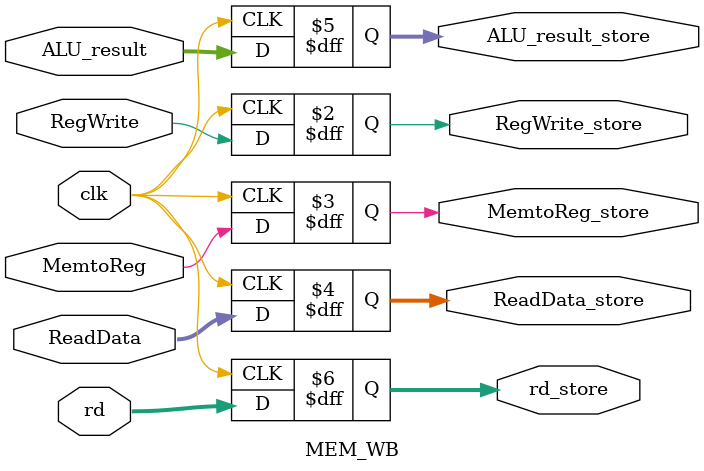
<source format=v>
module MEM_WB
(
    input clk,
    input RegWrite, MemtoReg,
    input [63:0] ReadData, ALU_result,
    input [4:0] rd,

    output reg RegWrite_store, MemtoReg_store,
    output reg [63:0] ReadData_store, ALU_result_store,
    output reg [4:0] rd_store

);

always @(posedge clk) begin

    RegWrite_store = RegWrite;
    MemtoReg_store = MemtoReg;
    ReadData_store = ReadData;
    ALU_result_store = ALU_result;
    rd_store = rd;
end

endmodule
</source>
